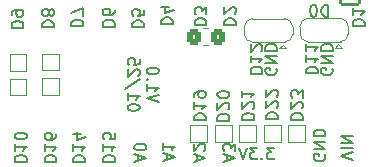
<source format=gbr>
%TF.GenerationSoftware,KiCad,Pcbnew,8.0.7*%
%TF.CreationDate,2025-01-16T05:51:54+01:00*%
%TF.ProjectId,RP2040Micro,52503230-3430-44d6-9963-726f2e6b6963,rev?*%
%TF.SameCoordinates,Original*%
%TF.FileFunction,Legend,Bot*%
%TF.FilePolarity,Positive*%
%FSLAX46Y46*%
G04 Gerber Fmt 4.6, Leading zero omitted, Abs format (unit mm)*
G04 Created by KiCad (PCBNEW 8.0.7) date 2025-01-16 05:51:54*
%MOMM*%
%LPD*%
G01*
G04 APERTURE LIST*
G04 Aperture macros list*
%AMRoundRect*
0 Rectangle with rounded corners*
0 $1 Rounding radius*
0 $2 $3 $4 $5 $6 $7 $8 $9 X,Y pos of 4 corners*
0 Add a 4 corners polygon primitive as box body*
4,1,4,$2,$3,$4,$5,$6,$7,$8,$9,$2,$3,0*
0 Add four circle primitives for the rounded corners*
1,1,$1+$1,$2,$3*
1,1,$1+$1,$4,$5*
1,1,$1+$1,$6,$7*
1,1,$1+$1,$8,$9*
0 Add four rect primitives between the rounded corners*
20,1,$1+$1,$2,$3,$4,$5,0*
20,1,$1+$1,$4,$5,$6,$7,0*
20,1,$1+$1,$6,$7,$8,$9,0*
20,1,$1+$1,$8,$9,$2,$3,0*%
%AMFreePoly0*
4,1,19,0.550000,-0.750000,0.000000,-0.750000,0.000000,-0.744911,-0.071157,-0.744911,-0.207708,-0.704816,-0.327430,-0.627875,-0.420627,-0.520320,-0.479746,-0.390866,-0.500000,-0.250000,-0.500000,0.250000,-0.479746,0.390866,-0.420627,0.520320,-0.327430,0.627875,-0.207708,0.704816,-0.071157,0.744911,0.000000,0.744911,0.000000,0.750000,0.550000,0.750000,0.550000,-0.750000,0.550000,-0.750000,
$1*%
%AMFreePoly1*
4,1,19,0.000000,0.744911,0.071157,0.744911,0.207708,0.704816,0.327430,0.627875,0.420627,0.520320,0.479746,0.390866,0.500000,0.250000,0.500000,-0.250000,0.479746,-0.390866,0.420627,-0.520320,0.327430,-0.627875,0.207708,-0.704816,0.071157,-0.744911,0.000000,-0.744911,0.000000,-0.750000,-0.550000,-0.750000,-0.550000,0.750000,0.000000,0.750000,0.000000,0.744911,0.000000,0.744911,
$1*%
G04 Aperture macros list end*
%ADD10C,0.153000*%
%ADD11C,0.120000*%
%ADD12RoundRect,0.102000X-0.787400X0.787400X-0.787400X-0.787400X0.787400X-0.787400X0.787400X0.787400X0*%
%ADD13C,1.778800*%
%ADD14R,1.000000X1.000000*%
%ADD15RoundRect,0.250000X-0.350000X-0.450000X0.350000X-0.450000X0.350000X0.450000X-0.350000X0.450000X0*%
%ADD16FreePoly0,180.000000*%
%ADD17R,1.000000X1.500000*%
%ADD18FreePoly1,180.000000*%
G04 APERTURE END LIST*
D10*
X133132717Y-89237438D02*
X133180336Y-89332676D01*
X133180336Y-89332676D02*
X133180336Y-89475533D01*
X133180336Y-89475533D02*
X133132717Y-89618390D01*
X133132717Y-89618390D02*
X133037479Y-89713628D01*
X133037479Y-89713628D02*
X132942241Y-89761247D01*
X132942241Y-89761247D02*
X132751765Y-89808866D01*
X132751765Y-89808866D02*
X132608908Y-89808866D01*
X132608908Y-89808866D02*
X132418432Y-89761247D01*
X132418432Y-89761247D02*
X132323194Y-89713628D01*
X132323194Y-89713628D02*
X132227956Y-89618390D01*
X132227956Y-89618390D02*
X132180336Y-89475533D01*
X132180336Y-89475533D02*
X132180336Y-89380295D01*
X132180336Y-89380295D02*
X132227956Y-89237438D01*
X132227956Y-89237438D02*
X132275575Y-89189819D01*
X132275575Y-89189819D02*
X132608908Y-89189819D01*
X132608908Y-89189819D02*
X132608908Y-89380295D01*
X132180336Y-88761247D02*
X133180336Y-88761247D01*
X133180336Y-88761247D02*
X132180336Y-88189819D01*
X132180336Y-88189819D02*
X133180336Y-88189819D01*
X132180336Y-87713628D02*
X133180336Y-87713628D01*
X133180336Y-87713628D02*
X133180336Y-87475533D01*
X133180336Y-87475533D02*
X133132717Y-87332676D01*
X133132717Y-87332676D02*
X133037479Y-87237438D01*
X133037479Y-87237438D02*
X132942241Y-87189819D01*
X132942241Y-87189819D02*
X132751765Y-87142200D01*
X132751765Y-87142200D02*
X132608908Y-87142200D01*
X132608908Y-87142200D02*
X132418432Y-87189819D01*
X132418432Y-87189819D02*
X132323194Y-87237438D01*
X132323194Y-87237438D02*
X132227956Y-87332676D01*
X132227956Y-87332676D02*
X132180336Y-87475533D01*
X132180336Y-87475533D02*
X132180336Y-87713628D01*
X124196051Y-97028866D02*
X124196051Y-96552676D01*
X123910336Y-97124104D02*
X124910336Y-96790771D01*
X124910336Y-96790771D02*
X123910336Y-96457438D01*
X124910336Y-96219342D02*
X124910336Y-95600295D01*
X124910336Y-95600295D02*
X124529384Y-95933628D01*
X124529384Y-95933628D02*
X124529384Y-95790771D01*
X124529384Y-95790771D02*
X124481765Y-95695533D01*
X124481765Y-95695533D02*
X124434146Y-95647914D01*
X124434146Y-95647914D02*
X124338908Y-95600295D01*
X124338908Y-95600295D02*
X124100813Y-95600295D01*
X124100813Y-95600295D02*
X124005575Y-95647914D01*
X124005575Y-95647914D02*
X123957956Y-95695533D01*
X123957956Y-95695533D02*
X123910336Y-95790771D01*
X123910336Y-95790771D02*
X123910336Y-96076485D01*
X123910336Y-96076485D02*
X123957956Y-96171723D01*
X123957956Y-96171723D02*
X124005575Y-96219342D01*
X132512717Y-96507438D02*
X132560336Y-96602676D01*
X132560336Y-96602676D02*
X132560336Y-96745533D01*
X132560336Y-96745533D02*
X132512717Y-96888390D01*
X132512717Y-96888390D02*
X132417479Y-96983628D01*
X132417479Y-96983628D02*
X132322241Y-97031247D01*
X132322241Y-97031247D02*
X132131765Y-97078866D01*
X132131765Y-97078866D02*
X131988908Y-97078866D01*
X131988908Y-97078866D02*
X131798432Y-97031247D01*
X131798432Y-97031247D02*
X131703194Y-96983628D01*
X131703194Y-96983628D02*
X131607956Y-96888390D01*
X131607956Y-96888390D02*
X131560336Y-96745533D01*
X131560336Y-96745533D02*
X131560336Y-96650295D01*
X131560336Y-96650295D02*
X131607956Y-96507438D01*
X131607956Y-96507438D02*
X131655575Y-96459819D01*
X131655575Y-96459819D02*
X131988908Y-96459819D01*
X131988908Y-96459819D02*
X131988908Y-96650295D01*
X131560336Y-96031247D02*
X132560336Y-96031247D01*
X132560336Y-96031247D02*
X131560336Y-95459819D01*
X131560336Y-95459819D02*
X132560336Y-95459819D01*
X131560336Y-94983628D02*
X132560336Y-94983628D01*
X132560336Y-94983628D02*
X132560336Y-94745533D01*
X132560336Y-94745533D02*
X132512717Y-94602676D01*
X132512717Y-94602676D02*
X132417479Y-94507438D01*
X132417479Y-94507438D02*
X132322241Y-94459819D01*
X132322241Y-94459819D02*
X132131765Y-94412200D01*
X132131765Y-94412200D02*
X131988908Y-94412200D01*
X131988908Y-94412200D02*
X131798432Y-94459819D01*
X131798432Y-94459819D02*
X131703194Y-94507438D01*
X131703194Y-94507438D02*
X131607956Y-94602676D01*
X131607956Y-94602676D02*
X131560336Y-94745533D01*
X131560336Y-94745533D02*
X131560336Y-94983628D01*
X108585336Y-85731247D02*
X109585336Y-85731247D01*
X109585336Y-85731247D02*
X109585336Y-85493152D01*
X109585336Y-85493152D02*
X109537717Y-85350295D01*
X109537717Y-85350295D02*
X109442479Y-85255057D01*
X109442479Y-85255057D02*
X109347241Y-85207438D01*
X109347241Y-85207438D02*
X109156765Y-85159819D01*
X109156765Y-85159819D02*
X109013908Y-85159819D01*
X109013908Y-85159819D02*
X108823432Y-85207438D01*
X108823432Y-85207438D02*
X108728194Y-85255057D01*
X108728194Y-85255057D02*
X108632956Y-85350295D01*
X108632956Y-85350295D02*
X108585336Y-85493152D01*
X108585336Y-85493152D02*
X108585336Y-85731247D01*
X109156765Y-84588390D02*
X109204384Y-84683628D01*
X109204384Y-84683628D02*
X109252003Y-84731247D01*
X109252003Y-84731247D02*
X109347241Y-84778866D01*
X109347241Y-84778866D02*
X109394860Y-84778866D01*
X109394860Y-84778866D02*
X109490098Y-84731247D01*
X109490098Y-84731247D02*
X109537717Y-84683628D01*
X109537717Y-84683628D02*
X109585336Y-84588390D01*
X109585336Y-84588390D02*
X109585336Y-84397914D01*
X109585336Y-84397914D02*
X109537717Y-84302676D01*
X109537717Y-84302676D02*
X109490098Y-84255057D01*
X109490098Y-84255057D02*
X109394860Y-84207438D01*
X109394860Y-84207438D02*
X109347241Y-84207438D01*
X109347241Y-84207438D02*
X109252003Y-84255057D01*
X109252003Y-84255057D02*
X109204384Y-84302676D01*
X109204384Y-84302676D02*
X109156765Y-84397914D01*
X109156765Y-84397914D02*
X109156765Y-84588390D01*
X109156765Y-84588390D02*
X109109146Y-84683628D01*
X109109146Y-84683628D02*
X109061527Y-84731247D01*
X109061527Y-84731247D02*
X108966289Y-84778866D01*
X108966289Y-84778866D02*
X108775813Y-84778866D01*
X108775813Y-84778866D02*
X108680575Y-84731247D01*
X108680575Y-84731247D02*
X108632956Y-84683628D01*
X108632956Y-84683628D02*
X108585336Y-84588390D01*
X108585336Y-84588390D02*
X108585336Y-84397914D01*
X108585336Y-84397914D02*
X108632956Y-84302676D01*
X108632956Y-84302676D02*
X108680575Y-84255057D01*
X108680575Y-84255057D02*
X108775813Y-84207438D01*
X108775813Y-84207438D02*
X108966289Y-84207438D01*
X108966289Y-84207438D02*
X109061527Y-84255057D01*
X109061527Y-84255057D02*
X109109146Y-84302676D01*
X109109146Y-84302676D02*
X109156765Y-84397914D01*
X105985336Y-85781247D02*
X106985336Y-85781247D01*
X106985336Y-85781247D02*
X106985336Y-85543152D01*
X106985336Y-85543152D02*
X106937717Y-85400295D01*
X106937717Y-85400295D02*
X106842479Y-85305057D01*
X106842479Y-85305057D02*
X106747241Y-85257438D01*
X106747241Y-85257438D02*
X106556765Y-85209819D01*
X106556765Y-85209819D02*
X106413908Y-85209819D01*
X106413908Y-85209819D02*
X106223432Y-85257438D01*
X106223432Y-85257438D02*
X106128194Y-85305057D01*
X106128194Y-85305057D02*
X106032956Y-85400295D01*
X106032956Y-85400295D02*
X105985336Y-85543152D01*
X105985336Y-85543152D02*
X105985336Y-85781247D01*
X105985336Y-84733628D02*
X105985336Y-84543152D01*
X105985336Y-84543152D02*
X106032956Y-84447914D01*
X106032956Y-84447914D02*
X106080575Y-84400295D01*
X106080575Y-84400295D02*
X106223432Y-84305057D01*
X106223432Y-84305057D02*
X106413908Y-84257438D01*
X106413908Y-84257438D02*
X106794860Y-84257438D01*
X106794860Y-84257438D02*
X106890098Y-84305057D01*
X106890098Y-84305057D02*
X106937717Y-84352676D01*
X106937717Y-84352676D02*
X106985336Y-84447914D01*
X106985336Y-84447914D02*
X106985336Y-84638390D01*
X106985336Y-84638390D02*
X106937717Y-84733628D01*
X106937717Y-84733628D02*
X106890098Y-84781247D01*
X106890098Y-84781247D02*
X106794860Y-84828866D01*
X106794860Y-84828866D02*
X106556765Y-84828866D01*
X106556765Y-84828866D02*
X106461527Y-84781247D01*
X106461527Y-84781247D02*
X106413908Y-84733628D01*
X106413908Y-84733628D02*
X106366289Y-84638390D01*
X106366289Y-84638390D02*
X106366289Y-84447914D01*
X106366289Y-84447914D02*
X106413908Y-84352676D01*
X106413908Y-84352676D02*
X106461527Y-84305057D01*
X106461527Y-84305057D02*
X106556765Y-84257438D01*
X128407717Y-89237438D02*
X128455336Y-89332676D01*
X128455336Y-89332676D02*
X128455336Y-89475533D01*
X128455336Y-89475533D02*
X128407717Y-89618390D01*
X128407717Y-89618390D02*
X128312479Y-89713628D01*
X128312479Y-89713628D02*
X128217241Y-89761247D01*
X128217241Y-89761247D02*
X128026765Y-89808866D01*
X128026765Y-89808866D02*
X127883908Y-89808866D01*
X127883908Y-89808866D02*
X127693432Y-89761247D01*
X127693432Y-89761247D02*
X127598194Y-89713628D01*
X127598194Y-89713628D02*
X127502956Y-89618390D01*
X127502956Y-89618390D02*
X127455336Y-89475533D01*
X127455336Y-89475533D02*
X127455336Y-89380295D01*
X127455336Y-89380295D02*
X127502956Y-89237438D01*
X127502956Y-89237438D02*
X127550575Y-89189819D01*
X127550575Y-89189819D02*
X127883908Y-89189819D01*
X127883908Y-89189819D02*
X127883908Y-89380295D01*
X127455336Y-88761247D02*
X128455336Y-88761247D01*
X128455336Y-88761247D02*
X127455336Y-88189819D01*
X127455336Y-88189819D02*
X128455336Y-88189819D01*
X127455336Y-87713628D02*
X128455336Y-87713628D01*
X128455336Y-87713628D02*
X128455336Y-87475533D01*
X128455336Y-87475533D02*
X128407717Y-87332676D01*
X128407717Y-87332676D02*
X128312479Y-87237438D01*
X128312479Y-87237438D02*
X128217241Y-87189819D01*
X128217241Y-87189819D02*
X128026765Y-87142200D01*
X128026765Y-87142200D02*
X127883908Y-87142200D01*
X127883908Y-87142200D02*
X127693432Y-87189819D01*
X127693432Y-87189819D02*
X127598194Y-87237438D01*
X127598194Y-87237438D02*
X127502956Y-87332676D01*
X127502956Y-87332676D02*
X127455336Y-87475533D01*
X127455336Y-87475533D02*
X127455336Y-87713628D01*
X108785336Y-97156247D02*
X109785336Y-97156247D01*
X109785336Y-97156247D02*
X109785336Y-96918152D01*
X109785336Y-96918152D02*
X109737717Y-96775295D01*
X109737717Y-96775295D02*
X109642479Y-96680057D01*
X109642479Y-96680057D02*
X109547241Y-96632438D01*
X109547241Y-96632438D02*
X109356765Y-96584819D01*
X109356765Y-96584819D02*
X109213908Y-96584819D01*
X109213908Y-96584819D02*
X109023432Y-96632438D01*
X109023432Y-96632438D02*
X108928194Y-96680057D01*
X108928194Y-96680057D02*
X108832956Y-96775295D01*
X108832956Y-96775295D02*
X108785336Y-96918152D01*
X108785336Y-96918152D02*
X108785336Y-97156247D01*
X108785336Y-95632438D02*
X108785336Y-96203866D01*
X108785336Y-95918152D02*
X109785336Y-95918152D01*
X109785336Y-95918152D02*
X109642479Y-96013390D01*
X109642479Y-96013390D02*
X109547241Y-96108628D01*
X109547241Y-96108628D02*
X109499622Y-96203866D01*
X109785336Y-94775295D02*
X109785336Y-94965771D01*
X109785336Y-94965771D02*
X109737717Y-95061009D01*
X109737717Y-95061009D02*
X109690098Y-95108628D01*
X109690098Y-95108628D02*
X109547241Y-95203866D01*
X109547241Y-95203866D02*
X109356765Y-95251485D01*
X109356765Y-95251485D02*
X108975813Y-95251485D01*
X108975813Y-95251485D02*
X108880575Y-95203866D01*
X108880575Y-95203866D02*
X108832956Y-95156247D01*
X108832956Y-95156247D02*
X108785336Y-95061009D01*
X108785336Y-95061009D02*
X108785336Y-94870533D01*
X108785336Y-94870533D02*
X108832956Y-94775295D01*
X108832956Y-94775295D02*
X108880575Y-94727676D01*
X108880575Y-94727676D02*
X108975813Y-94680057D01*
X108975813Y-94680057D02*
X109213908Y-94680057D01*
X109213908Y-94680057D02*
X109309146Y-94727676D01*
X109309146Y-94727676D02*
X109356765Y-94775295D01*
X109356765Y-94775295D02*
X109404384Y-94870533D01*
X109404384Y-94870533D02*
X109404384Y-95061009D01*
X109404384Y-95061009D02*
X109356765Y-95156247D01*
X109356765Y-95156247D02*
X109309146Y-95203866D01*
X109309146Y-95203866D02*
X109213908Y-95251485D01*
X121420336Y-93611247D02*
X122420336Y-93611247D01*
X122420336Y-93611247D02*
X122420336Y-93373152D01*
X122420336Y-93373152D02*
X122372717Y-93230295D01*
X122372717Y-93230295D02*
X122277479Y-93135057D01*
X122277479Y-93135057D02*
X122182241Y-93087438D01*
X122182241Y-93087438D02*
X121991765Y-93039819D01*
X121991765Y-93039819D02*
X121848908Y-93039819D01*
X121848908Y-93039819D02*
X121658432Y-93087438D01*
X121658432Y-93087438D02*
X121563194Y-93135057D01*
X121563194Y-93135057D02*
X121467956Y-93230295D01*
X121467956Y-93230295D02*
X121420336Y-93373152D01*
X121420336Y-93373152D02*
X121420336Y-93611247D01*
X121420336Y-92087438D02*
X121420336Y-92658866D01*
X121420336Y-92373152D02*
X122420336Y-92373152D01*
X122420336Y-92373152D02*
X122277479Y-92468390D01*
X122277479Y-92468390D02*
X122182241Y-92563628D01*
X122182241Y-92563628D02*
X122134622Y-92658866D01*
X121420336Y-91611247D02*
X121420336Y-91420771D01*
X121420336Y-91420771D02*
X121467956Y-91325533D01*
X121467956Y-91325533D02*
X121515575Y-91277914D01*
X121515575Y-91277914D02*
X121658432Y-91182676D01*
X121658432Y-91182676D02*
X121848908Y-91135057D01*
X121848908Y-91135057D02*
X122229860Y-91135057D01*
X122229860Y-91135057D02*
X122325098Y-91182676D01*
X122325098Y-91182676D02*
X122372717Y-91230295D01*
X122372717Y-91230295D02*
X122420336Y-91325533D01*
X122420336Y-91325533D02*
X122420336Y-91516009D01*
X122420336Y-91516009D02*
X122372717Y-91611247D01*
X122372717Y-91611247D02*
X122325098Y-91658866D01*
X122325098Y-91658866D02*
X122229860Y-91706485D01*
X122229860Y-91706485D02*
X121991765Y-91706485D01*
X121991765Y-91706485D02*
X121896527Y-91658866D01*
X121896527Y-91658866D02*
X121848908Y-91611247D01*
X121848908Y-91611247D02*
X121801289Y-91516009D01*
X121801289Y-91516009D02*
X121801289Y-91325533D01*
X121801289Y-91325533D02*
X121848908Y-91230295D01*
X121848908Y-91230295D02*
X121896527Y-91182676D01*
X121896527Y-91182676D02*
X121991765Y-91135057D01*
X106260336Y-97131247D02*
X107260336Y-97131247D01*
X107260336Y-97131247D02*
X107260336Y-96893152D01*
X107260336Y-96893152D02*
X107212717Y-96750295D01*
X107212717Y-96750295D02*
X107117479Y-96655057D01*
X107117479Y-96655057D02*
X107022241Y-96607438D01*
X107022241Y-96607438D02*
X106831765Y-96559819D01*
X106831765Y-96559819D02*
X106688908Y-96559819D01*
X106688908Y-96559819D02*
X106498432Y-96607438D01*
X106498432Y-96607438D02*
X106403194Y-96655057D01*
X106403194Y-96655057D02*
X106307956Y-96750295D01*
X106307956Y-96750295D02*
X106260336Y-96893152D01*
X106260336Y-96893152D02*
X106260336Y-97131247D01*
X106260336Y-95607438D02*
X106260336Y-96178866D01*
X106260336Y-95893152D02*
X107260336Y-95893152D01*
X107260336Y-95893152D02*
X107117479Y-95988390D01*
X107117479Y-95988390D02*
X107022241Y-96083628D01*
X107022241Y-96083628D02*
X106974622Y-96178866D01*
X107260336Y-94988390D02*
X107260336Y-94893152D01*
X107260336Y-94893152D02*
X107212717Y-94797914D01*
X107212717Y-94797914D02*
X107165098Y-94750295D01*
X107165098Y-94750295D02*
X107069860Y-94702676D01*
X107069860Y-94702676D02*
X106879384Y-94655057D01*
X106879384Y-94655057D02*
X106641289Y-94655057D01*
X106641289Y-94655057D02*
X106450813Y-94702676D01*
X106450813Y-94702676D02*
X106355575Y-94750295D01*
X106355575Y-94750295D02*
X106307956Y-94797914D01*
X106307956Y-94797914D02*
X106260336Y-94893152D01*
X106260336Y-94893152D02*
X106260336Y-94988390D01*
X106260336Y-94988390D02*
X106307956Y-95083628D01*
X106307956Y-95083628D02*
X106355575Y-95131247D01*
X106355575Y-95131247D02*
X106450813Y-95178866D01*
X106450813Y-95178866D02*
X106641289Y-95226485D01*
X106641289Y-95226485D02*
X106879384Y-95226485D01*
X106879384Y-95226485D02*
X107069860Y-95178866D01*
X107069860Y-95178866D02*
X107165098Y-95131247D01*
X107165098Y-95131247D02*
X107212717Y-95083628D01*
X107212717Y-95083628D02*
X107260336Y-94988390D01*
X127530336Y-93511247D02*
X128530336Y-93511247D01*
X128530336Y-93511247D02*
X128530336Y-93273152D01*
X128530336Y-93273152D02*
X128482717Y-93130295D01*
X128482717Y-93130295D02*
X128387479Y-93035057D01*
X128387479Y-93035057D02*
X128292241Y-92987438D01*
X128292241Y-92987438D02*
X128101765Y-92939819D01*
X128101765Y-92939819D02*
X127958908Y-92939819D01*
X127958908Y-92939819D02*
X127768432Y-92987438D01*
X127768432Y-92987438D02*
X127673194Y-93035057D01*
X127673194Y-93035057D02*
X127577956Y-93130295D01*
X127577956Y-93130295D02*
X127530336Y-93273152D01*
X127530336Y-93273152D02*
X127530336Y-93511247D01*
X128435098Y-92558866D02*
X128482717Y-92511247D01*
X128482717Y-92511247D02*
X128530336Y-92416009D01*
X128530336Y-92416009D02*
X128530336Y-92177914D01*
X128530336Y-92177914D02*
X128482717Y-92082676D01*
X128482717Y-92082676D02*
X128435098Y-92035057D01*
X128435098Y-92035057D02*
X128339860Y-91987438D01*
X128339860Y-91987438D02*
X128244622Y-91987438D01*
X128244622Y-91987438D02*
X128101765Y-92035057D01*
X128101765Y-92035057D02*
X127530336Y-92606485D01*
X127530336Y-92606485D02*
X127530336Y-91987438D01*
X128435098Y-91606485D02*
X128482717Y-91558866D01*
X128482717Y-91558866D02*
X128530336Y-91463628D01*
X128530336Y-91463628D02*
X128530336Y-91225533D01*
X128530336Y-91225533D02*
X128482717Y-91130295D01*
X128482717Y-91130295D02*
X128435098Y-91082676D01*
X128435098Y-91082676D02*
X128339860Y-91035057D01*
X128339860Y-91035057D02*
X128244622Y-91035057D01*
X128244622Y-91035057D02*
X128101765Y-91082676D01*
X128101765Y-91082676D02*
X127530336Y-91654104D01*
X127530336Y-91654104D02*
X127530336Y-91035057D01*
X125540336Y-93581247D02*
X126540336Y-93581247D01*
X126540336Y-93581247D02*
X126540336Y-93343152D01*
X126540336Y-93343152D02*
X126492717Y-93200295D01*
X126492717Y-93200295D02*
X126397479Y-93105057D01*
X126397479Y-93105057D02*
X126302241Y-93057438D01*
X126302241Y-93057438D02*
X126111765Y-93009819D01*
X126111765Y-93009819D02*
X125968908Y-93009819D01*
X125968908Y-93009819D02*
X125778432Y-93057438D01*
X125778432Y-93057438D02*
X125683194Y-93105057D01*
X125683194Y-93105057D02*
X125587956Y-93200295D01*
X125587956Y-93200295D02*
X125540336Y-93343152D01*
X125540336Y-93343152D02*
X125540336Y-93581247D01*
X126445098Y-92628866D02*
X126492717Y-92581247D01*
X126492717Y-92581247D02*
X126540336Y-92486009D01*
X126540336Y-92486009D02*
X126540336Y-92247914D01*
X126540336Y-92247914D02*
X126492717Y-92152676D01*
X126492717Y-92152676D02*
X126445098Y-92105057D01*
X126445098Y-92105057D02*
X126349860Y-92057438D01*
X126349860Y-92057438D02*
X126254622Y-92057438D01*
X126254622Y-92057438D02*
X126111765Y-92105057D01*
X126111765Y-92105057D02*
X125540336Y-92676485D01*
X125540336Y-92676485D02*
X125540336Y-92057438D01*
X125540336Y-91105057D02*
X125540336Y-91676485D01*
X125540336Y-91390771D02*
X126540336Y-91390771D01*
X126540336Y-91390771D02*
X126397479Y-91486009D01*
X126397479Y-91486009D02*
X126302241Y-91581247D01*
X126302241Y-91581247D02*
X126254622Y-91676485D01*
X113760336Y-97131247D02*
X114760336Y-97131247D01*
X114760336Y-97131247D02*
X114760336Y-96893152D01*
X114760336Y-96893152D02*
X114712717Y-96750295D01*
X114712717Y-96750295D02*
X114617479Y-96655057D01*
X114617479Y-96655057D02*
X114522241Y-96607438D01*
X114522241Y-96607438D02*
X114331765Y-96559819D01*
X114331765Y-96559819D02*
X114188908Y-96559819D01*
X114188908Y-96559819D02*
X113998432Y-96607438D01*
X113998432Y-96607438D02*
X113903194Y-96655057D01*
X113903194Y-96655057D02*
X113807956Y-96750295D01*
X113807956Y-96750295D02*
X113760336Y-96893152D01*
X113760336Y-96893152D02*
X113760336Y-97131247D01*
X113760336Y-95607438D02*
X113760336Y-96178866D01*
X113760336Y-95893152D02*
X114760336Y-95893152D01*
X114760336Y-95893152D02*
X114617479Y-95988390D01*
X114617479Y-95988390D02*
X114522241Y-96083628D01*
X114522241Y-96083628D02*
X114474622Y-96178866D01*
X114760336Y-94702676D02*
X114760336Y-95178866D01*
X114760336Y-95178866D02*
X114284146Y-95226485D01*
X114284146Y-95226485D02*
X114331765Y-95178866D01*
X114331765Y-95178866D02*
X114379384Y-95083628D01*
X114379384Y-95083628D02*
X114379384Y-94845533D01*
X114379384Y-94845533D02*
X114331765Y-94750295D01*
X114331765Y-94750295D02*
X114284146Y-94702676D01*
X114284146Y-94702676D02*
X114188908Y-94655057D01*
X114188908Y-94655057D02*
X113950813Y-94655057D01*
X113950813Y-94655057D02*
X113855575Y-94702676D01*
X113855575Y-94702676D02*
X113807956Y-94750295D01*
X113807956Y-94750295D02*
X113760336Y-94845533D01*
X113760336Y-94845533D02*
X113760336Y-95083628D01*
X113760336Y-95083628D02*
X113807956Y-95178866D01*
X113807956Y-95178866D02*
X113855575Y-95226485D01*
X123420336Y-93641247D02*
X124420336Y-93641247D01*
X124420336Y-93641247D02*
X124420336Y-93403152D01*
X124420336Y-93403152D02*
X124372717Y-93260295D01*
X124372717Y-93260295D02*
X124277479Y-93165057D01*
X124277479Y-93165057D02*
X124182241Y-93117438D01*
X124182241Y-93117438D02*
X123991765Y-93069819D01*
X123991765Y-93069819D02*
X123848908Y-93069819D01*
X123848908Y-93069819D02*
X123658432Y-93117438D01*
X123658432Y-93117438D02*
X123563194Y-93165057D01*
X123563194Y-93165057D02*
X123467956Y-93260295D01*
X123467956Y-93260295D02*
X123420336Y-93403152D01*
X123420336Y-93403152D02*
X123420336Y-93641247D01*
X124325098Y-92688866D02*
X124372717Y-92641247D01*
X124372717Y-92641247D02*
X124420336Y-92546009D01*
X124420336Y-92546009D02*
X124420336Y-92307914D01*
X124420336Y-92307914D02*
X124372717Y-92212676D01*
X124372717Y-92212676D02*
X124325098Y-92165057D01*
X124325098Y-92165057D02*
X124229860Y-92117438D01*
X124229860Y-92117438D02*
X124134622Y-92117438D01*
X124134622Y-92117438D02*
X123991765Y-92165057D01*
X123991765Y-92165057D02*
X123420336Y-92736485D01*
X123420336Y-92736485D02*
X123420336Y-92117438D01*
X124420336Y-91498390D02*
X124420336Y-91403152D01*
X124420336Y-91403152D02*
X124372717Y-91307914D01*
X124372717Y-91307914D02*
X124325098Y-91260295D01*
X124325098Y-91260295D02*
X124229860Y-91212676D01*
X124229860Y-91212676D02*
X124039384Y-91165057D01*
X124039384Y-91165057D02*
X123801289Y-91165057D01*
X123801289Y-91165057D02*
X123610813Y-91212676D01*
X123610813Y-91212676D02*
X123515575Y-91260295D01*
X123515575Y-91260295D02*
X123467956Y-91307914D01*
X123467956Y-91307914D02*
X123420336Y-91403152D01*
X123420336Y-91403152D02*
X123420336Y-91498390D01*
X123420336Y-91498390D02*
X123467956Y-91593628D01*
X123467956Y-91593628D02*
X123515575Y-91641247D01*
X123515575Y-91641247D02*
X123610813Y-91688866D01*
X123610813Y-91688866D02*
X123801289Y-91736485D01*
X123801289Y-91736485D02*
X124039384Y-91736485D01*
X124039384Y-91736485D02*
X124229860Y-91688866D01*
X124229860Y-91688866D02*
X124325098Y-91641247D01*
X124325098Y-91641247D02*
X124372717Y-91593628D01*
X124372717Y-91593628D02*
X124420336Y-91498390D01*
X116671051Y-97028866D02*
X116671051Y-96552676D01*
X116385336Y-97124104D02*
X117385336Y-96790771D01*
X117385336Y-96790771D02*
X116385336Y-96457438D01*
X117385336Y-95933628D02*
X117385336Y-95838390D01*
X117385336Y-95838390D02*
X117337717Y-95743152D01*
X117337717Y-95743152D02*
X117290098Y-95695533D01*
X117290098Y-95695533D02*
X117194860Y-95647914D01*
X117194860Y-95647914D02*
X117004384Y-95600295D01*
X117004384Y-95600295D02*
X116766289Y-95600295D01*
X116766289Y-95600295D02*
X116575813Y-95647914D01*
X116575813Y-95647914D02*
X116480575Y-95695533D01*
X116480575Y-95695533D02*
X116432956Y-95743152D01*
X116432956Y-95743152D02*
X116385336Y-95838390D01*
X116385336Y-95838390D02*
X116385336Y-95933628D01*
X116385336Y-95933628D02*
X116432956Y-96028866D01*
X116432956Y-96028866D02*
X116480575Y-96076485D01*
X116480575Y-96076485D02*
X116575813Y-96124104D01*
X116575813Y-96124104D02*
X116766289Y-96171723D01*
X116766289Y-96171723D02*
X117004384Y-96171723D01*
X117004384Y-96171723D02*
X117194860Y-96124104D01*
X117194860Y-96124104D02*
X117290098Y-96076485D01*
X117290098Y-96076485D02*
X117337717Y-96028866D01*
X117337717Y-96028866D02*
X117385336Y-95933628D01*
X111060336Y-85656247D02*
X112060336Y-85656247D01*
X112060336Y-85656247D02*
X112060336Y-85418152D01*
X112060336Y-85418152D02*
X112012717Y-85275295D01*
X112012717Y-85275295D02*
X111917479Y-85180057D01*
X111917479Y-85180057D02*
X111822241Y-85132438D01*
X111822241Y-85132438D02*
X111631765Y-85084819D01*
X111631765Y-85084819D02*
X111488908Y-85084819D01*
X111488908Y-85084819D02*
X111298432Y-85132438D01*
X111298432Y-85132438D02*
X111203194Y-85180057D01*
X111203194Y-85180057D02*
X111107956Y-85275295D01*
X111107956Y-85275295D02*
X111060336Y-85418152D01*
X111060336Y-85418152D02*
X111060336Y-85656247D01*
X112060336Y-84751485D02*
X112060336Y-84084819D01*
X112060336Y-84084819D02*
X111060336Y-84513390D01*
X119121051Y-96978866D02*
X119121051Y-96502676D01*
X118835336Y-97074104D02*
X119835336Y-96740771D01*
X119835336Y-96740771D02*
X118835336Y-96407438D01*
X118835336Y-95550295D02*
X118835336Y-96121723D01*
X118835336Y-95836009D02*
X119835336Y-95836009D01*
X119835336Y-95836009D02*
X119692479Y-95931247D01*
X119692479Y-95931247D02*
X119597241Y-96026485D01*
X119597241Y-96026485D02*
X119549622Y-96121723D01*
X116210336Y-85731247D02*
X117210336Y-85731247D01*
X117210336Y-85731247D02*
X117210336Y-85493152D01*
X117210336Y-85493152D02*
X117162717Y-85350295D01*
X117162717Y-85350295D02*
X117067479Y-85255057D01*
X117067479Y-85255057D02*
X116972241Y-85207438D01*
X116972241Y-85207438D02*
X116781765Y-85159819D01*
X116781765Y-85159819D02*
X116638908Y-85159819D01*
X116638908Y-85159819D02*
X116448432Y-85207438D01*
X116448432Y-85207438D02*
X116353194Y-85255057D01*
X116353194Y-85255057D02*
X116257956Y-85350295D01*
X116257956Y-85350295D02*
X116210336Y-85493152D01*
X116210336Y-85493152D02*
X116210336Y-85731247D01*
X117210336Y-84255057D02*
X117210336Y-84731247D01*
X117210336Y-84731247D02*
X116734146Y-84778866D01*
X116734146Y-84778866D02*
X116781765Y-84731247D01*
X116781765Y-84731247D02*
X116829384Y-84636009D01*
X116829384Y-84636009D02*
X116829384Y-84397914D01*
X116829384Y-84397914D02*
X116781765Y-84302676D01*
X116781765Y-84302676D02*
X116734146Y-84255057D01*
X116734146Y-84255057D02*
X116638908Y-84207438D01*
X116638908Y-84207438D02*
X116400813Y-84207438D01*
X116400813Y-84207438D02*
X116305575Y-84255057D01*
X116305575Y-84255057D02*
X116257956Y-84302676D01*
X116257956Y-84302676D02*
X116210336Y-84397914D01*
X116210336Y-84397914D02*
X116210336Y-84636009D01*
X116210336Y-84636009D02*
X116257956Y-84731247D01*
X116257956Y-84731247D02*
X116305575Y-84778866D01*
X111210336Y-97156247D02*
X112210336Y-97156247D01*
X112210336Y-97156247D02*
X112210336Y-96918152D01*
X112210336Y-96918152D02*
X112162717Y-96775295D01*
X112162717Y-96775295D02*
X112067479Y-96680057D01*
X112067479Y-96680057D02*
X111972241Y-96632438D01*
X111972241Y-96632438D02*
X111781765Y-96584819D01*
X111781765Y-96584819D02*
X111638908Y-96584819D01*
X111638908Y-96584819D02*
X111448432Y-96632438D01*
X111448432Y-96632438D02*
X111353194Y-96680057D01*
X111353194Y-96680057D02*
X111257956Y-96775295D01*
X111257956Y-96775295D02*
X111210336Y-96918152D01*
X111210336Y-96918152D02*
X111210336Y-97156247D01*
X111210336Y-95632438D02*
X111210336Y-96203866D01*
X111210336Y-95918152D02*
X112210336Y-95918152D01*
X112210336Y-95918152D02*
X112067479Y-96013390D01*
X112067479Y-96013390D02*
X111972241Y-96108628D01*
X111972241Y-96108628D02*
X111924622Y-96203866D01*
X111877003Y-94775295D02*
X111210336Y-94775295D01*
X112257956Y-95013390D02*
X111543670Y-95251485D01*
X111543670Y-95251485D02*
X111543670Y-94632438D01*
X123980336Y-85561247D02*
X124980336Y-85561247D01*
X124980336Y-85561247D02*
X124980336Y-85323152D01*
X124980336Y-85323152D02*
X124932717Y-85180295D01*
X124932717Y-85180295D02*
X124837479Y-85085057D01*
X124837479Y-85085057D02*
X124742241Y-85037438D01*
X124742241Y-85037438D02*
X124551765Y-84989819D01*
X124551765Y-84989819D02*
X124408908Y-84989819D01*
X124408908Y-84989819D02*
X124218432Y-85037438D01*
X124218432Y-85037438D02*
X124123194Y-85085057D01*
X124123194Y-85085057D02*
X124027956Y-85180295D01*
X124027956Y-85180295D02*
X123980336Y-85323152D01*
X123980336Y-85323152D02*
X123980336Y-85561247D01*
X124885098Y-84608866D02*
X124932717Y-84561247D01*
X124932717Y-84561247D02*
X124980336Y-84466009D01*
X124980336Y-84466009D02*
X124980336Y-84227914D01*
X124980336Y-84227914D02*
X124932717Y-84132676D01*
X124932717Y-84132676D02*
X124885098Y-84085057D01*
X124885098Y-84085057D02*
X124789860Y-84037438D01*
X124789860Y-84037438D02*
X124694622Y-84037438D01*
X124694622Y-84037438D02*
X124551765Y-84085057D01*
X124551765Y-84085057D02*
X123980336Y-84656485D01*
X123980336Y-84656485D02*
X123980336Y-84037438D01*
X129660336Y-93551247D02*
X130660336Y-93551247D01*
X130660336Y-93551247D02*
X130660336Y-93313152D01*
X130660336Y-93313152D02*
X130612717Y-93170295D01*
X130612717Y-93170295D02*
X130517479Y-93075057D01*
X130517479Y-93075057D02*
X130422241Y-93027438D01*
X130422241Y-93027438D02*
X130231765Y-92979819D01*
X130231765Y-92979819D02*
X130088908Y-92979819D01*
X130088908Y-92979819D02*
X129898432Y-93027438D01*
X129898432Y-93027438D02*
X129803194Y-93075057D01*
X129803194Y-93075057D02*
X129707956Y-93170295D01*
X129707956Y-93170295D02*
X129660336Y-93313152D01*
X129660336Y-93313152D02*
X129660336Y-93551247D01*
X130565098Y-92598866D02*
X130612717Y-92551247D01*
X130612717Y-92551247D02*
X130660336Y-92456009D01*
X130660336Y-92456009D02*
X130660336Y-92217914D01*
X130660336Y-92217914D02*
X130612717Y-92122676D01*
X130612717Y-92122676D02*
X130565098Y-92075057D01*
X130565098Y-92075057D02*
X130469860Y-92027438D01*
X130469860Y-92027438D02*
X130374622Y-92027438D01*
X130374622Y-92027438D02*
X130231765Y-92075057D01*
X130231765Y-92075057D02*
X129660336Y-92646485D01*
X129660336Y-92646485D02*
X129660336Y-92027438D01*
X130660336Y-91694104D02*
X130660336Y-91075057D01*
X130660336Y-91075057D02*
X130279384Y-91408390D01*
X130279384Y-91408390D02*
X130279384Y-91265533D01*
X130279384Y-91265533D02*
X130231765Y-91170295D01*
X130231765Y-91170295D02*
X130184146Y-91122676D01*
X130184146Y-91122676D02*
X130088908Y-91075057D01*
X130088908Y-91075057D02*
X129850813Y-91075057D01*
X129850813Y-91075057D02*
X129755575Y-91122676D01*
X129755575Y-91122676D02*
X129707956Y-91170295D01*
X129707956Y-91170295D02*
X129660336Y-91265533D01*
X129660336Y-91265533D02*
X129660336Y-91551247D01*
X129660336Y-91551247D02*
X129707956Y-91646485D01*
X129707956Y-91646485D02*
X129755575Y-91694104D01*
X130930336Y-89636247D02*
X131930336Y-89636247D01*
X131930336Y-89636247D02*
X131930336Y-89398152D01*
X131930336Y-89398152D02*
X131882717Y-89255295D01*
X131882717Y-89255295D02*
X131787479Y-89160057D01*
X131787479Y-89160057D02*
X131692241Y-89112438D01*
X131692241Y-89112438D02*
X131501765Y-89064819D01*
X131501765Y-89064819D02*
X131358908Y-89064819D01*
X131358908Y-89064819D02*
X131168432Y-89112438D01*
X131168432Y-89112438D02*
X131073194Y-89160057D01*
X131073194Y-89160057D02*
X130977956Y-89255295D01*
X130977956Y-89255295D02*
X130930336Y-89398152D01*
X130930336Y-89398152D02*
X130930336Y-89636247D01*
X130930336Y-88112438D02*
X130930336Y-88683866D01*
X130930336Y-88398152D02*
X131930336Y-88398152D01*
X131930336Y-88398152D02*
X131787479Y-88493390D01*
X131787479Y-88493390D02*
X131692241Y-88588628D01*
X131692241Y-88588628D02*
X131644622Y-88683866D01*
X130930336Y-87160057D02*
X130930336Y-87731485D01*
X130930336Y-87445771D02*
X131930336Y-87445771D01*
X131930336Y-87445771D02*
X131787479Y-87541009D01*
X131787479Y-87541009D02*
X131692241Y-87636247D01*
X131692241Y-87636247D02*
X131644622Y-87731485D01*
X132791247Y-84839663D02*
X132791247Y-83839663D01*
X132791247Y-83839663D02*
X132553152Y-83839663D01*
X132553152Y-83839663D02*
X132410295Y-83887282D01*
X132410295Y-83887282D02*
X132315057Y-83982520D01*
X132315057Y-83982520D02*
X132267438Y-84077758D01*
X132267438Y-84077758D02*
X132219819Y-84268234D01*
X132219819Y-84268234D02*
X132219819Y-84411091D01*
X132219819Y-84411091D02*
X132267438Y-84601567D01*
X132267438Y-84601567D02*
X132315057Y-84696805D01*
X132315057Y-84696805D02*
X132410295Y-84792044D01*
X132410295Y-84792044D02*
X132553152Y-84839663D01*
X132553152Y-84839663D02*
X132791247Y-84839663D01*
X131600771Y-83839663D02*
X131505533Y-83839663D01*
X131505533Y-83839663D02*
X131410295Y-83887282D01*
X131410295Y-83887282D02*
X131362676Y-83934901D01*
X131362676Y-83934901D02*
X131315057Y-84030139D01*
X131315057Y-84030139D02*
X131267438Y-84220615D01*
X131267438Y-84220615D02*
X131267438Y-84458710D01*
X131267438Y-84458710D02*
X131315057Y-84649186D01*
X131315057Y-84649186D02*
X131362676Y-84744424D01*
X131362676Y-84744424D02*
X131410295Y-84792044D01*
X131410295Y-84792044D02*
X131505533Y-84839663D01*
X131505533Y-84839663D02*
X131600771Y-84839663D01*
X131600771Y-84839663D02*
X131696009Y-84792044D01*
X131696009Y-84792044D02*
X131743628Y-84744424D01*
X131743628Y-84744424D02*
X131791247Y-84649186D01*
X131791247Y-84649186D02*
X131838866Y-84458710D01*
X131838866Y-84458710D02*
X131838866Y-84220615D01*
X131838866Y-84220615D02*
X131791247Y-84030139D01*
X131791247Y-84030139D02*
X131743628Y-83934901D01*
X131743628Y-83934901D02*
X131696009Y-83887282D01*
X131696009Y-83887282D02*
X131600771Y-83839663D01*
X134910336Y-96999104D02*
X133910336Y-96665771D01*
X133910336Y-96665771D02*
X134910336Y-96332438D01*
X133910336Y-95999104D02*
X134910336Y-95999104D01*
X133910336Y-95522914D02*
X134910336Y-95522914D01*
X134910336Y-95522914D02*
X133910336Y-94951486D01*
X133910336Y-94951486D02*
X134910336Y-94951486D01*
X121480336Y-85561247D02*
X122480336Y-85561247D01*
X122480336Y-85561247D02*
X122480336Y-85323152D01*
X122480336Y-85323152D02*
X122432717Y-85180295D01*
X122432717Y-85180295D02*
X122337479Y-85085057D01*
X122337479Y-85085057D02*
X122242241Y-85037438D01*
X122242241Y-85037438D02*
X122051765Y-84989819D01*
X122051765Y-84989819D02*
X121908908Y-84989819D01*
X121908908Y-84989819D02*
X121718432Y-85037438D01*
X121718432Y-85037438D02*
X121623194Y-85085057D01*
X121623194Y-85085057D02*
X121527956Y-85180295D01*
X121527956Y-85180295D02*
X121480336Y-85323152D01*
X121480336Y-85323152D02*
X121480336Y-85561247D01*
X122480336Y-84656485D02*
X122480336Y-84037438D01*
X122480336Y-84037438D02*
X122099384Y-84370771D01*
X122099384Y-84370771D02*
X122099384Y-84227914D01*
X122099384Y-84227914D02*
X122051765Y-84132676D01*
X122051765Y-84132676D02*
X122004146Y-84085057D01*
X122004146Y-84085057D02*
X121908908Y-84037438D01*
X121908908Y-84037438D02*
X121670813Y-84037438D01*
X121670813Y-84037438D02*
X121575575Y-84085057D01*
X121575575Y-84085057D02*
X121527956Y-84132676D01*
X121527956Y-84132676D02*
X121480336Y-84227914D01*
X121480336Y-84227914D02*
X121480336Y-84513628D01*
X121480336Y-84513628D02*
X121527956Y-84608866D01*
X121527956Y-84608866D02*
X121575575Y-84656485D01*
X113710336Y-85681247D02*
X114710336Y-85681247D01*
X114710336Y-85681247D02*
X114710336Y-85443152D01*
X114710336Y-85443152D02*
X114662717Y-85300295D01*
X114662717Y-85300295D02*
X114567479Y-85205057D01*
X114567479Y-85205057D02*
X114472241Y-85157438D01*
X114472241Y-85157438D02*
X114281765Y-85109819D01*
X114281765Y-85109819D02*
X114138908Y-85109819D01*
X114138908Y-85109819D02*
X113948432Y-85157438D01*
X113948432Y-85157438D02*
X113853194Y-85205057D01*
X113853194Y-85205057D02*
X113757956Y-85300295D01*
X113757956Y-85300295D02*
X113710336Y-85443152D01*
X113710336Y-85443152D02*
X113710336Y-85681247D01*
X114710336Y-84252676D02*
X114710336Y-84443152D01*
X114710336Y-84443152D02*
X114662717Y-84538390D01*
X114662717Y-84538390D02*
X114615098Y-84586009D01*
X114615098Y-84586009D02*
X114472241Y-84681247D01*
X114472241Y-84681247D02*
X114281765Y-84728866D01*
X114281765Y-84728866D02*
X113900813Y-84728866D01*
X113900813Y-84728866D02*
X113805575Y-84681247D01*
X113805575Y-84681247D02*
X113757956Y-84633628D01*
X113757956Y-84633628D02*
X113710336Y-84538390D01*
X113710336Y-84538390D02*
X113710336Y-84347914D01*
X113710336Y-84347914D02*
X113757956Y-84252676D01*
X113757956Y-84252676D02*
X113805575Y-84205057D01*
X113805575Y-84205057D02*
X113900813Y-84157438D01*
X113900813Y-84157438D02*
X114138908Y-84157438D01*
X114138908Y-84157438D02*
X114234146Y-84205057D01*
X114234146Y-84205057D02*
X114281765Y-84252676D01*
X114281765Y-84252676D02*
X114329384Y-84347914D01*
X114329384Y-84347914D02*
X114329384Y-84538390D01*
X114329384Y-84538390D02*
X114281765Y-84633628D01*
X114281765Y-84633628D02*
X114234146Y-84681247D01*
X114234146Y-84681247D02*
X114138908Y-84728866D01*
X121691051Y-97033866D02*
X121691051Y-96557676D01*
X121405336Y-97129104D02*
X122405336Y-96795771D01*
X122405336Y-96795771D02*
X121405336Y-96462438D01*
X122310098Y-96176723D02*
X122357717Y-96129104D01*
X122357717Y-96129104D02*
X122405336Y-96033866D01*
X122405336Y-96033866D02*
X122405336Y-95795771D01*
X122405336Y-95795771D02*
X122357717Y-95700533D01*
X122357717Y-95700533D02*
X122310098Y-95652914D01*
X122310098Y-95652914D02*
X122214860Y-95605295D01*
X122214860Y-95605295D02*
X122119622Y-95605295D01*
X122119622Y-95605295D02*
X121976765Y-95652914D01*
X121976765Y-95652914D02*
X121405336Y-96224342D01*
X121405336Y-96224342D02*
X121405336Y-95605295D01*
X118660336Y-85481247D02*
X119660336Y-85481247D01*
X119660336Y-85481247D02*
X119660336Y-85243152D01*
X119660336Y-85243152D02*
X119612717Y-85100295D01*
X119612717Y-85100295D02*
X119517479Y-85005057D01*
X119517479Y-85005057D02*
X119422241Y-84957438D01*
X119422241Y-84957438D02*
X119231765Y-84909819D01*
X119231765Y-84909819D02*
X119088908Y-84909819D01*
X119088908Y-84909819D02*
X118898432Y-84957438D01*
X118898432Y-84957438D02*
X118803194Y-85005057D01*
X118803194Y-85005057D02*
X118707956Y-85100295D01*
X118707956Y-85100295D02*
X118660336Y-85243152D01*
X118660336Y-85243152D02*
X118660336Y-85481247D01*
X119327003Y-84052676D02*
X118660336Y-84052676D01*
X119707956Y-84290771D02*
X118993670Y-84528866D01*
X118993670Y-84528866D02*
X118993670Y-83909819D01*
X126230336Y-89661247D02*
X127230336Y-89661247D01*
X127230336Y-89661247D02*
X127230336Y-89423152D01*
X127230336Y-89423152D02*
X127182717Y-89280295D01*
X127182717Y-89280295D02*
X127087479Y-89185057D01*
X127087479Y-89185057D02*
X126992241Y-89137438D01*
X126992241Y-89137438D02*
X126801765Y-89089819D01*
X126801765Y-89089819D02*
X126658908Y-89089819D01*
X126658908Y-89089819D02*
X126468432Y-89137438D01*
X126468432Y-89137438D02*
X126373194Y-89185057D01*
X126373194Y-89185057D02*
X126277956Y-89280295D01*
X126277956Y-89280295D02*
X126230336Y-89423152D01*
X126230336Y-89423152D02*
X126230336Y-89661247D01*
X126230336Y-88137438D02*
X126230336Y-88708866D01*
X126230336Y-88423152D02*
X127230336Y-88423152D01*
X127230336Y-88423152D02*
X127087479Y-88518390D01*
X127087479Y-88518390D02*
X126992241Y-88613628D01*
X126992241Y-88613628D02*
X126944622Y-88708866D01*
X127135098Y-87756485D02*
X127182717Y-87708866D01*
X127182717Y-87708866D02*
X127230336Y-87613628D01*
X127230336Y-87613628D02*
X127230336Y-87375533D01*
X127230336Y-87375533D02*
X127182717Y-87280295D01*
X127182717Y-87280295D02*
X127135098Y-87232676D01*
X127135098Y-87232676D02*
X127039860Y-87185057D01*
X127039860Y-87185057D02*
X126944622Y-87185057D01*
X126944622Y-87185057D02*
X126801765Y-87232676D01*
X126801765Y-87232676D02*
X126230336Y-87804104D01*
X126230336Y-87804104D02*
X126230336Y-87185057D01*
X134880336Y-85636247D02*
X135880336Y-85636247D01*
X135880336Y-85636247D02*
X135880336Y-85398152D01*
X135880336Y-85398152D02*
X135832717Y-85255295D01*
X135832717Y-85255295D02*
X135737479Y-85160057D01*
X135737479Y-85160057D02*
X135642241Y-85112438D01*
X135642241Y-85112438D02*
X135451765Y-85064819D01*
X135451765Y-85064819D02*
X135308908Y-85064819D01*
X135308908Y-85064819D02*
X135118432Y-85112438D01*
X135118432Y-85112438D02*
X135023194Y-85160057D01*
X135023194Y-85160057D02*
X134927956Y-85255295D01*
X134927956Y-85255295D02*
X134880336Y-85398152D01*
X134880336Y-85398152D02*
X134880336Y-85636247D01*
X134880336Y-84112438D02*
X134880336Y-84683866D01*
X134880336Y-84398152D02*
X135880336Y-84398152D01*
X135880336Y-84398152D02*
X135737479Y-84493390D01*
X135737479Y-84493390D02*
X135642241Y-84588628D01*
X135642241Y-84588628D02*
X135594622Y-84683866D01*
X118440280Y-92098808D02*
X117440280Y-91765475D01*
X117440280Y-91765475D02*
X118440280Y-91432142D01*
X117440280Y-90574999D02*
X117440280Y-91146427D01*
X117440280Y-90860713D02*
X118440280Y-90860713D01*
X118440280Y-90860713D02*
X118297423Y-90955951D01*
X118297423Y-90955951D02*
X118202185Y-91051189D01*
X118202185Y-91051189D02*
X118154566Y-91146427D01*
X117535519Y-90146427D02*
X117487900Y-90098808D01*
X117487900Y-90098808D02*
X117440280Y-90146427D01*
X117440280Y-90146427D02*
X117487900Y-90194046D01*
X117487900Y-90194046D02*
X117535519Y-90146427D01*
X117535519Y-90146427D02*
X117440280Y-90146427D01*
X118440280Y-89479761D02*
X118440280Y-89384523D01*
X118440280Y-89384523D02*
X118392661Y-89289285D01*
X118392661Y-89289285D02*
X118345042Y-89241666D01*
X118345042Y-89241666D02*
X118249804Y-89194047D01*
X118249804Y-89194047D02*
X118059328Y-89146428D01*
X118059328Y-89146428D02*
X117821233Y-89146428D01*
X117821233Y-89146428D02*
X117630757Y-89194047D01*
X117630757Y-89194047D02*
X117535519Y-89241666D01*
X117535519Y-89241666D02*
X117487900Y-89289285D01*
X117487900Y-89289285D02*
X117440280Y-89384523D01*
X117440280Y-89384523D02*
X117440280Y-89479761D01*
X117440280Y-89479761D02*
X117487900Y-89574999D01*
X117487900Y-89574999D02*
X117535519Y-89622618D01*
X117535519Y-89622618D02*
X117630757Y-89670237D01*
X117630757Y-89670237D02*
X117821233Y-89717856D01*
X117821233Y-89717856D02*
X118059328Y-89717856D01*
X118059328Y-89717856D02*
X118249804Y-89670237D01*
X118249804Y-89670237D02*
X118345042Y-89622618D01*
X118345042Y-89622618D02*
X118392661Y-89574999D01*
X118392661Y-89574999D02*
X118440280Y-89479761D01*
X116830336Y-92574999D02*
X116830336Y-92479761D01*
X116830336Y-92479761D02*
X116782717Y-92384523D01*
X116782717Y-92384523D02*
X116735098Y-92336904D01*
X116735098Y-92336904D02*
X116639860Y-92289285D01*
X116639860Y-92289285D02*
X116449384Y-92241666D01*
X116449384Y-92241666D02*
X116211289Y-92241666D01*
X116211289Y-92241666D02*
X116020813Y-92289285D01*
X116020813Y-92289285D02*
X115925575Y-92336904D01*
X115925575Y-92336904D02*
X115877956Y-92384523D01*
X115877956Y-92384523D02*
X115830336Y-92479761D01*
X115830336Y-92479761D02*
X115830336Y-92574999D01*
X115830336Y-92574999D02*
X115877956Y-92670237D01*
X115877956Y-92670237D02*
X115925575Y-92717856D01*
X115925575Y-92717856D02*
X116020813Y-92765475D01*
X116020813Y-92765475D02*
X116211289Y-92813094D01*
X116211289Y-92813094D02*
X116449384Y-92813094D01*
X116449384Y-92813094D02*
X116639860Y-92765475D01*
X116639860Y-92765475D02*
X116735098Y-92717856D01*
X116735098Y-92717856D02*
X116782717Y-92670237D01*
X116782717Y-92670237D02*
X116830336Y-92574999D01*
X115830336Y-91289285D02*
X115830336Y-91860713D01*
X115830336Y-91574999D02*
X116830336Y-91574999D01*
X116830336Y-91574999D02*
X116687479Y-91670237D01*
X116687479Y-91670237D02*
X116592241Y-91765475D01*
X116592241Y-91765475D02*
X116544622Y-91860713D01*
X116877956Y-90146428D02*
X115592241Y-91003570D01*
X116735098Y-89860713D02*
X116782717Y-89813094D01*
X116782717Y-89813094D02*
X116830336Y-89717856D01*
X116830336Y-89717856D02*
X116830336Y-89479761D01*
X116830336Y-89479761D02*
X116782717Y-89384523D01*
X116782717Y-89384523D02*
X116735098Y-89336904D01*
X116735098Y-89336904D02*
X116639860Y-89289285D01*
X116639860Y-89289285D02*
X116544622Y-89289285D01*
X116544622Y-89289285D02*
X116401765Y-89336904D01*
X116401765Y-89336904D02*
X115830336Y-89908332D01*
X115830336Y-89908332D02*
X115830336Y-89289285D01*
X116830336Y-88384523D02*
X116830336Y-88860713D01*
X116830336Y-88860713D02*
X116354146Y-88908332D01*
X116354146Y-88908332D02*
X116401765Y-88860713D01*
X116401765Y-88860713D02*
X116449384Y-88765475D01*
X116449384Y-88765475D02*
X116449384Y-88527380D01*
X116449384Y-88527380D02*
X116401765Y-88432142D01*
X116401765Y-88432142D02*
X116354146Y-88384523D01*
X116354146Y-88384523D02*
X116258908Y-88336904D01*
X116258908Y-88336904D02*
X116020813Y-88336904D01*
X116020813Y-88336904D02*
X115925575Y-88384523D01*
X115925575Y-88384523D02*
X115877956Y-88432142D01*
X115877956Y-88432142D02*
X115830336Y-88527380D01*
X115830336Y-88527380D02*
X115830336Y-88765475D01*
X115830336Y-88765475D02*
X115877956Y-88860713D01*
X115877956Y-88860713D02*
X115925575Y-88908332D01*
X128226485Y-95929663D02*
X127607438Y-95929663D01*
X127607438Y-95929663D02*
X127940771Y-96310615D01*
X127940771Y-96310615D02*
X127797914Y-96310615D01*
X127797914Y-96310615D02*
X127702676Y-96358234D01*
X127702676Y-96358234D02*
X127655057Y-96405853D01*
X127655057Y-96405853D02*
X127607438Y-96501091D01*
X127607438Y-96501091D02*
X127607438Y-96739186D01*
X127607438Y-96739186D02*
X127655057Y-96834424D01*
X127655057Y-96834424D02*
X127702676Y-96882044D01*
X127702676Y-96882044D02*
X127797914Y-96929663D01*
X127797914Y-96929663D02*
X128083628Y-96929663D01*
X128083628Y-96929663D02*
X128178866Y-96882044D01*
X128178866Y-96882044D02*
X128226485Y-96834424D01*
X127178866Y-96834424D02*
X127131247Y-96882044D01*
X127131247Y-96882044D02*
X127178866Y-96929663D01*
X127178866Y-96929663D02*
X127226485Y-96882044D01*
X127226485Y-96882044D02*
X127178866Y-96834424D01*
X127178866Y-96834424D02*
X127178866Y-96929663D01*
X126797914Y-95929663D02*
X126178867Y-95929663D01*
X126178867Y-95929663D02*
X126512200Y-96310615D01*
X126512200Y-96310615D02*
X126369343Y-96310615D01*
X126369343Y-96310615D02*
X126274105Y-96358234D01*
X126274105Y-96358234D02*
X126226486Y-96405853D01*
X126226486Y-96405853D02*
X126178867Y-96501091D01*
X126178867Y-96501091D02*
X126178867Y-96739186D01*
X126178867Y-96739186D02*
X126226486Y-96834424D01*
X126226486Y-96834424D02*
X126274105Y-96882044D01*
X126274105Y-96882044D02*
X126369343Y-96929663D01*
X126369343Y-96929663D02*
X126655057Y-96929663D01*
X126655057Y-96929663D02*
X126750295Y-96882044D01*
X126750295Y-96882044D02*
X126797914Y-96834424D01*
X125893152Y-95929663D02*
X125559819Y-96929663D01*
X125559819Y-96929663D02*
X125226486Y-95929663D01*
D11*
%TO.C,J6*%
X108600000Y-87970000D02*
X110000000Y-87970000D01*
X108600000Y-89370000D02*
X108600000Y-87970000D01*
X110000000Y-87970000D02*
X110000000Y-89370000D01*
X110000000Y-89370000D02*
X108600000Y-89370000D01*
%TO.C,R5*%
X122652064Y-85790000D02*
X122197936Y-85790000D01*
X122652064Y-87260000D02*
X122197936Y-87260000D01*
%TO.C,J12*%
X121125000Y-94050000D02*
X122525000Y-94050000D01*
X121125000Y-95450000D02*
X121125000Y-94050000D01*
X122525000Y-94050000D02*
X122525000Y-95450000D01*
X122525000Y-95450000D02*
X121125000Y-95450000D01*
%TO.C,JP1*%
X130400000Y-86277500D02*
X130400000Y-85677500D01*
X131050000Y-84977500D02*
X133850000Y-84977500D01*
X133350000Y-87477500D02*
X133650000Y-87177500D01*
X133350000Y-87477500D02*
X133950000Y-87477500D01*
X133850000Y-86977500D02*
X131050000Y-86977500D01*
X133950000Y-87477500D02*
X133650000Y-87177500D01*
X134500000Y-85677500D02*
X134500000Y-86277500D01*
X130400000Y-85677500D02*
G75*
G02*
X131100000Y-84977500I700000J0D01*
G01*
X131100000Y-86977500D02*
G75*
G02*
X130400000Y-86277500I0J700000D01*
G01*
X133800000Y-84977500D02*
G75*
G02*
X134500000Y-85677500I1J-699999D01*
G01*
X134500000Y-86277500D02*
G75*
G02*
X133800000Y-86977500I-699999J-1D01*
G01*
%TO.C,JP2*%
X125690000Y-86300000D02*
X125690000Y-85700000D01*
X126340000Y-85000000D02*
X129140000Y-85000000D01*
X128640000Y-87500000D02*
X128940000Y-87200000D01*
X128640000Y-87500000D02*
X129240000Y-87500000D01*
X129140000Y-87000000D02*
X126340000Y-87000000D01*
X129240000Y-87500000D02*
X128940000Y-87200000D01*
X129790000Y-85700000D02*
X129790000Y-86300000D01*
X125690000Y-85700000D02*
G75*
G02*
X126390000Y-85000000I700000J0D01*
G01*
X126390000Y-87000000D02*
G75*
G02*
X125690000Y-86300000I0J700000D01*
G01*
X129090000Y-85000000D02*
G75*
G02*
X129790000Y-85700000I1J-699999D01*
G01*
X129790000Y-86300000D02*
G75*
G02*
X129090000Y-87000000I-699999J-1D01*
G01*
%TO.C,J5*%
X105825000Y-90095000D02*
X107225000Y-90095000D01*
X105825000Y-91495000D02*
X105825000Y-90095000D01*
X107225000Y-90095000D02*
X107225000Y-91495000D01*
X107225000Y-91495000D02*
X105825000Y-91495000D01*
%TO.C,J16*%
X129435000Y-94050000D02*
X130835000Y-94050000D01*
X129435000Y-95450000D02*
X129435000Y-94050000D01*
X130835000Y-94050000D02*
X130835000Y-95450000D01*
X130835000Y-95450000D02*
X129435000Y-95450000D01*
%TO.C,J3*%
X108600000Y-90050000D02*
X110000000Y-90050000D01*
X108600000Y-91450000D02*
X108600000Y-90050000D01*
X110000000Y-90050000D02*
X110000000Y-91450000D01*
X110000000Y-91450000D02*
X108600000Y-91450000D01*
%TO.C,J15*%
X127360000Y-94050000D02*
X128760000Y-94050000D01*
X127360000Y-95450000D02*
X127360000Y-94050000D01*
X128760000Y-94050000D02*
X128760000Y-95450000D01*
X128760000Y-95450000D02*
X127360000Y-95450000D01*
%TO.C,J13*%
X123210000Y-94050000D02*
X124610000Y-94050000D01*
X123210000Y-95450000D02*
X123210000Y-94050000D01*
X124610000Y-94050000D02*
X124610000Y-95450000D01*
X124610000Y-95450000D02*
X123210000Y-95450000D01*
%TO.C,J14*%
X125285000Y-94050000D02*
X126685000Y-94050000D01*
X125285000Y-95450000D02*
X125285000Y-94050000D01*
X126685000Y-94050000D02*
X126685000Y-95450000D01*
X126685000Y-95450000D02*
X125285000Y-95450000D01*
%TO.C,J4*%
X105825000Y-88020000D02*
X107225000Y-88020000D01*
X105825000Y-89420000D02*
X105825000Y-88020000D01*
X107225000Y-88020000D02*
X107225000Y-89420000D01*
X107225000Y-89420000D02*
X105825000Y-89420000D01*
%TD*%
%LPC*%
D12*
%TO.C,U5*%
X134650000Y-83000000D03*
D13*
X132110000Y-83000000D03*
X129570000Y-83000000D03*
X127030000Y-83000000D03*
X124490000Y-83000000D03*
X121950000Y-83000000D03*
X119410000Y-83000000D03*
X116870000Y-83000000D03*
X114330000Y-83000000D03*
X111790000Y-83000000D03*
X109250000Y-83000000D03*
X106710000Y-83000000D03*
X106710000Y-98240000D03*
X109250000Y-98240000D03*
X111790000Y-98240000D03*
X114330000Y-98240000D03*
X116870000Y-98240000D03*
X119410000Y-98240000D03*
X121950000Y-98240000D03*
X124490000Y-98240000D03*
X127030000Y-98240000D03*
X129570000Y-98240000D03*
X132110000Y-98240000D03*
X134650000Y-98240000D03*
%TD*%
D14*
%TO.C,J6*%
X109300000Y-88670000D03*
%TD*%
D15*
%TO.C,R5*%
X121425000Y-86525000D03*
X123425000Y-86525000D03*
%TD*%
D14*
%TO.C,J12*%
X121825000Y-94750000D03*
%TD*%
D16*
%TO.C,JP1*%
X133750000Y-85977500D03*
D17*
X132450000Y-85977500D03*
D18*
X131150000Y-85977500D03*
%TD*%
D16*
%TO.C,JP2*%
X129040000Y-86000000D03*
D17*
X127740000Y-86000000D03*
D18*
X126440000Y-86000000D03*
%TD*%
D14*
%TO.C,J5*%
X106525000Y-90795000D03*
%TD*%
%TO.C,J16*%
X130135000Y-94750000D03*
%TD*%
%TO.C,J3*%
X109300000Y-90750000D03*
%TD*%
%TO.C,J15*%
X128060000Y-94750000D03*
%TD*%
%TO.C,J13*%
X123910000Y-94750000D03*
%TD*%
%TO.C,J14*%
X125985000Y-94750000D03*
%TD*%
%TO.C,J4*%
X106525000Y-88720000D03*
%TD*%
%LPD*%
M02*

</source>
